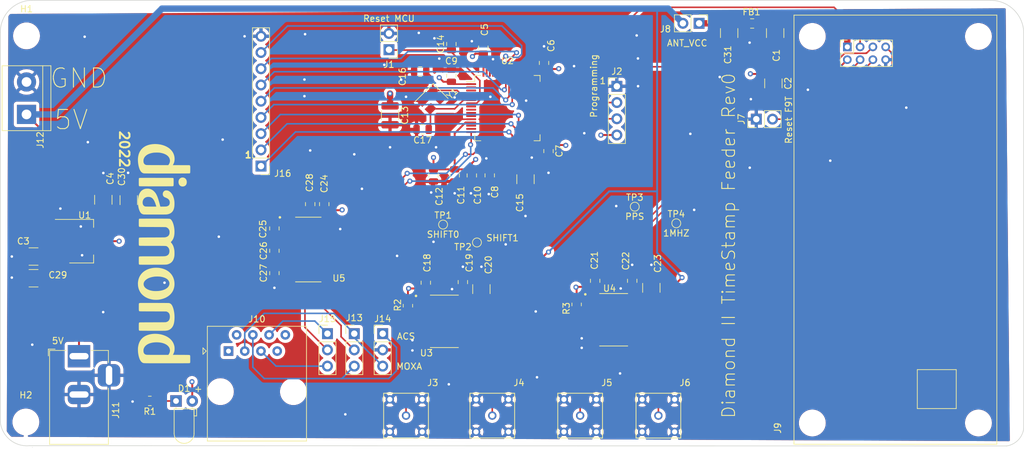
<source format=kicad_pcb>
(kicad_pcb (version 20211014) (generator pcbnew)
  (layers (0 "F.Cu" signal) (1 "In1.Cu" signal) (2 "In2.Cu" signal) (31 "B.Cu" signal) (34 "B.Paste" user) (35 "F.Paste" user) (36 "B.SilkS" user "B.Silkscreen") (37 "F.SilkS" user "F.Silkscreen") (38 "B.Mask" user) (39 "F.Mask" user) (44 "Edge.Cuts" user))
  (net 0 "")
  (net 1 "GND")
  (net 2 "+3.3V")
  (net 3 "Net-(C14-Pad1)")
  (net 4 "Net-(C15-Pad1)")
  (net 5 "/MCU/OSC_IN")
  (net 6 "/MCU/OSC_OUT")
  (net 7 "Net-(C25-Pad1)")
  (net 8 "Net-(C25-Pad2)")
  (net 9 "Net-(C26-Pad1)")
  (net 10 "Net-(C26-Pad2)")
  (net 11 "Net-(C27-Pad1)")
  (net 12 "Net-(C28-Pad1)")
  (net 13 "Net-(D1-Pad1)")
  (net 14 "/Connectors/SWCLK")
  (net 15 "/Connectors/SWDIO")
  (net 16 "/Connectors/SHIFT0_TTL")
  (net 17 "/Connectors/SHIFT1_TTL")
  (net 18 "/Connectors/PPS_TTL")
  (net 19 "/Connectors/1MHZ_TTL")
  (net 20 "Net-(J7-Pad2)")
  (net 21 "/Connectors/VCC_ANT")
  (net 22 "/Connectors/F9T_TX")
  (net 23 "/Connectors/F9T_RX")
  (net 24 "/Connectors/PPS")
  (net 25 "/Connectors/1MHZ")
  (net 27 "/Connectors/MCU_RS232_RX")
  (net 28 "/Connectors/MCU_RS232_TX")
  (net 30 "Net-(J10-Pad3)")
  (net 33 "Net-(R2-Pad2)")
  (net 34 "Net-(R3-Pad2)")
  (net 44 "/Line Drivers/MCU_TX")
  (net 45 "/Line Drivers/MCU_RX")
  (net 47 "/Line Drivers/SHIFT0")
  (net 48 "/Line Drivers/SHIFT1")
  (net 52 "B0")
  (net 53 "B1")
  (net 54 "B2")
  (net 72 "B3")
  (net 73 "B4")
  (net 74 "B5")
  (net 75 "B6")
  (net 76 "B7")
  (net 82 "+5V")
  (net 83 "Net-(J10-Pad4)")
  (net 84 "Net-(J10-Pad5)")
  (net 85 "Net-(J10-Pad6)")
  (net 86 "Net-(C31-Pad1)")
  (footprint "TestPoint:TestPoint_Pad_D1.0mm" (layer "F.Cu") (at 200.8 104.9)
    (fp_text reference "TP4")
    (fp_text value "1MHZ")
  )
  (footprint "footprints:F9T" (layer "F.Cu") (at 219.22 139.49 90)
    (fp_text reference "J9")
    (fp_text value "F9T Connector")
  )
  (footprint "Capacitor_SMD:C_1210_3225Metric" (layer "F.Cu") (at 156 88 -90)
    (fp_text reference "C13")
    (fp_text value "10u")
  )
  (footprint "Capacitor_SMD:C_0805_2012Metric" (layer "F.Cu") (at 161.6 114.2 90)
    (fp_text reference "C18")
    (fp_text value "100n")
  )
  (footprint "Capacitor_SMD:C_1210_3225Metric" (layer "F.Cu") (at 177.2 98 -90)
    (fp_text reference "C15")
    (fp_text value "4.7u")
  )
  (footprint "Connector_PinHeader_2.54mm:PinHeader_1x02_P2.54mm_Vertical" (layer "F.Cu") (at 213.325 88.6 90)
    (fp_text reference "J7")
    (fp_text value "Reset F9T")
  )
  (footprint "LED_THT:LED_D3.0mm_Horizontal_O1.27mm_Z2.0mm" (layer "F.Cu") (at 122.5 132.715)
    (fp_text reference "D1")
    (fp_text value "LED")
  )
  (footprint "TestPoint:TestPoint_Pad_D1.0mm" (layer "F.Cu") (at 164.3 105.1)
    (fp_text reference "TP1")
    (fp_text value "SHIFT0")
  )
  (footprint "footprints:SOP65P640X120-24N" (layer "F.Cu") (at 191 120)
    (fp_text reference "U4")
    (fp_text value "SN74LVC8T245PWR")
  )
  (footprint "Connector_PinHeader_2.54mm:PinHeader_1x02_P2.54mm_Vertical" (layer "F.Cu") (at 155.829 77.729 180)
    (fp_text reference "J1")
    (fp_text value "Reset MCU")
  )
  (footprint "footprints:EPL.00.250.NTN" (layer "F.Cu") (at 185.75 135)
    (fp_text reference "J5")
    (fp_text value "PSS")
  )
  (footprint "Capacitor_SMD:C_0805_2012Metric" (layer "F.Cu") (at 167.4 114.1 90)
    (fp_text reference "C19")
    (fp_text value "100n")
  )
  (footprint "Capacitor_SMD:C_0805_2012Metric" (layer "F.Cu") (at 171.6 97.4 -90)
    (fp_text reference "C8")
    (fp_text value "100n")
  )
  (footprint "Connector_PinHeader_2.54mm:PinHeader_1x03_P2.54mm_Vertical" (layer "F.Cu") (at 154.85 122.175)
    (fp_text reference "J14")
    (fp_text value "GND")
  )
  (footprint "Capacitor_SMD:C_0805_2012Metric" (layer "F.Cu") (at 137.9 109.2 -90)
    (fp_text reference "C26")
    (fp_text value "0.1u")
  )
  (footprint "Capacitor_SMD:C_0805_2012Metric" (layer "F.Cu") (at 137.9 105.7 -90)
    (fp_text reference "C25")
    (fp_text value "0.1u")
  )
  (footprint "Capacitor_SMD:C_0805_2012Metric" (layer "F.Cu") (at 137.9 112.7 -90)
    (fp_text reference "C27")
    (fp_text value "0.1u")
  )
  (footprint "Capacitor_SMD:C_0805_2012Metric" (layer "F.Cu") (at 160.716 81.153 180)
    (fp_text reference "C16")
    (fp_text value "22p")
  )
  (footprint "Package_QFP:LQFP-64_10x10mm_P0.5mm" (layer "F.Cu") (at 174.371 86.868)
    (fp_text reference "U2")
    (fp_text value "STM32F411RETx")
  )
  (footprint "Capacitor_SMD:C_1210_3225Metric" (layer "F.Cu") (at 216.275 75.125 -90)
    (fp_text reference "C1")
    (fp_text value "10u")
  )
  (footprint "Capacitor_SMD:C_0805_2012Metric" (layer "F.Cu") (at 165.6 76.835 90)
    (fp_text reference "C14")
    (fp_text value "100n")
  )
  (footprint "Capacitor_SMD:C_0805_2012Metric" (layer "F.Cu") (at 145.7 101.9 90)
    (fp_text reference "C24")
    (fp_text value "0.1u")
  )
  (footprint "Connector_PinHeader_2.54mm:PinHeader_1x09_P2.54mm_Vertical" (layer "F.Cu") (at 135.8 95.95 180)
    (fp_text reference "J16")
    (fp_text value "Conn_01x09_Male")
  )
  (footprint "Capacitor_SMD:C_1210_3225Metric" (layer "F.Cu") (at 100.2 113.5 180)
    (fp_text reference "C29")
    (fp_text value "10u")
  )
  (footprint "Capacitor_SMD:C_0805_2012Metric" (layer "F.Cu") (at 161.1 90.2 180)
    (fp_text reference "C17")
    (fp_text value "22p")
  )
  (footprint "footprints:EPL.00.250.NTN" (layer "F.Cu") (at 158.5 135)
    (fp_text reference "J3")
    (fp_text value "SHIFT0")
  )
  (footprint "footprints:EPL.00.250.NTN" (layer "F.Cu") (at 198 135)
    (fp_text reference "J6")
    (fp_text value "1MHZ")
  )
  (footprint "Capacitor_SMD:C_0805_2012Metric" (layer "F.Cu") (at 212.675 73.625 180)
    (fp_text reference "FB1")
    (fp_text value "33uH")
  )
  (footprint "TerminalBlock:TerminalBlock_bornier-2_P5.08mm" (layer "F.Cu") (at 99.1 87.86 90)
    (fp_text reference "J12")
    (fp_text value "Power")
  )
  (footprint "Capacitor_SMD:C_0805_2012Metric" (layer "F.Cu") (at 170.6 77.4 90)
    (fp_text reference "C5")
    (fp_text value "100n")
  )
  (footprint "Package_TO_SOT_SMD:SOT-223-3_TabPin2" (layer "F.Cu") (at 107.696 107.696)
    (fp_text reference "U1")
    (fp_text value "AMS1117")
  )
  (footprint "Connector_RJ:RJ45_Amphenol_54602-x08_Horizontal" (layer "F.Cu") (at 130.7175 124.9)
    (fp_text reference "J10")
    (fp_text value "Serial")
  )
  (footprint "Connector_BarrelJack:BarrelJack_Horizontal" (layer "F.Cu") (at 107.315 125.699 90)
    (fp_text reference "J11")
    (fp_text value "Barrel_Jack_Switch")
  )
  (footprint "footprints:EPL.00.250.NTN" (layer "F.Cu") (at 172 135)
    (fp_text reference "J4")
    (fp_text value "SHIFT1")
  )
  (footprint "Connector_PinHeader_2.54mm:PinHeader_1x02_P2.54mm_Vertical" (layer "F.Cu") (at 204.375 73.6 -90)
    (fp_text reference "J8")
    (fp_text value "ANT_VCC")
  )
  (footprint "Capacitor_SMD:C_1210_3225Metric" (layer "F.Cu") (at 115.1 101.275 90)
    (fp_text reference "C30")
    (fp_text value "10u")
  )
  (footprint "Capacitor_SMD:C_0805_2012Metric" (layer "F.Cu") (at 165.6 81.8 90)
    (fp_text reference "C9")
    (fp_text value "100n")
  )
  (footprint "Capacitor_SMD:C_0805_2012Metric" (layer "F.Cu") (at 168.8 97.409 -90)
    (fp_text reference "C10")
    (fp_text value "100n")
  )
  (footprint "Capacitor_SMD:C_0805_2012Metric" (layer "F.Cu") (at 180.8 93.6 -90)
    (fp_text reference "C7")
    (fp_text value "100n")
  )
  (footprint "Capacitor_SMD:C_1210_3225Metric" (layer "F.Cu") (at 111.125 101.219 90)
    (fp_text reference "C4")
    (fp_text value "22u")
  )
  (footprint "Capacitor_SMD:C_1210_3225Metric" (layer "F.Cu") (at 100.2 110.1 180)
    (fp_text reference "C3")
    (fp_text value "22u")
  )
  (footprint "Capacitor_SMD:C_0805_2012Metric" (layer "F.Cu") (at 143.5 101.9 90)
    (fp_text reference "C28")
    (fp_text value "0.1u")
  )
  (footprint "Capacitor_SMD:C_0805_2012Metric" (layer "F.Cu") (at 162.8 97.4 -90)
    (fp_text reference "C12")
    (fp_text value "1u")
  )
  (footprint "Resistor_SMD:R_0805_2012Metric" (layer "F.Cu") (at 158.8 117.8 -90)
    (fp_text reference "R2")
    (fp_text value "10k")
  )
  (footprint "Capacitor_SMD:C_0805_2012Metric" (layer "F.Cu") (at 188.1 113.9 90)
    (fp_text reference "C21")
    (fp_text value "100n")
  )
  (footprint "Capacitor_SMD:C_0805_2012Metric" (layer "F.Cu") (at 180.1 79.8 90)
    (fp_text reference "C6")
    (fp_text value "100n")
  )
  (footprint "Capacitor_SMD:C_1210_3225Metric" (layer "F.Cu") (at 209.075 75.125 -90)
    (fp_text reference "C31")
    (fp_text value "1u")
  )
  (footprint "TestPoint:TestPoint_Pad_D1.0mm" (layer "F.Cu") (at 194.3 102.3)
    (fp_text reference "TP3")
    (fp_text value "PPS")
  )
  (footprint "TestPoint:TestPoint_Pad_D1.0mm" (layer "F.Cu") (at 169.6 107.9)
    (fp_text reference "TP2")
    (fp_text value "SHIFT1")
  )
  (footprint "Capacitor_SMD:C_1210_3225Metric" (layer "F.Cu") (at 196.9 115 90)
    (fp_text reference "C23")
    (fp_text value "10u")
  )
  (footprint "Resistor_SMD:R_0805_2012Metric" (layer "F.Cu") (at 118.4 132.7 180)
    (fp_text reference "R1")
    (fp_text value "560")
  )
  (footprint "Connector_PinHeader_2.54mm:PinHeader_1x03_P2.54mm_Vertical" (layer "F.Cu") (at 150.4 122.175)
    (fp_text reference "J13")
    (fp_text value "RX In")
  )
  (footprint "footprints:SOP65P640X120-24N" (layer "F.Cu") (at 164.5 120.25)
    (fp_text reference "U3")
    (fp_text value "SN74LVC8T245PWR")
  )
  (footprint "Capacitor_SMD:C_1210_3225Metric" (layer "F.Cu") (at 216 83 -90)
    (fp_text reference "C2")
    (fp_text value "10u")
  )
  (footprint "Connector_PinHeader_2.54mm:PinHeader_1x03_P2.54mm_Vertical" (layer "F.Cu") (at 146.2 122.175)
    (fp_text reference "J15")
    (fp_text value "TX Out")
  )
  (footprint "MountingHole:MountingHole_3.2mm_M3" (layer "F.Cu") (at 99 136)
    (fp_text reference "H2")
    (fp_text value "M3")
  )
  (footprint "Capacitor_SMD:C_1210_3225Metric" (layer "F.Cu") (at 170.3 115.2 90)
    (fp_text reference "C20")
    (fp_text value "10u")
  )
  (footprint "MountingHole:MountingHole_3.2mm_M3" (layer "F.Cu") (at 99.1 75.565)
    (fp_text reference "H1")
    (fp_text value "M3")
  )
  (footprint "Resistor_SMD:R_0805_2012Metric" (layer "F.Cu") (at 185.2 117.6 -90)
    (fp_text reference "R3")
    (fp_text value "10k")
  )
  (footprint "Crystal:Crystal_SMD_3225-4Pin_3.2x2.5mm" (layer "F.Cu") (at 162.5 85.6 -135)
    (fp_text reference "Y1")
    (fp_text value "16MHz")
  )
  (footprint "footprints:diamond-logo" (layer "F.Cu") (at 119.3 84 -90)
    (fp_text reference "LOGO1")
    (fp_text value "diamond-logo")
  )
  (footprint "Capacitor_SMD:C_0805_2012Metric" (layer "F.Cu") (at 166.116 97.409 -90)
    (fp_text reference "C11")
    (fp_text value "10n")
  )
  (footprint "Connector_PinHeader_2.54mm:PinHeader_1x04_P2.54mm_Vertical" (layer "F.Cu") (at 191.5 83.46)
    (fp_text reference "J2")
    (fp_text value "Programming")
  )
  (footprint "footprints:SOIC127P600X175-16N" (layer "F.Cu") (at 143.206 109.005)
    (fp_text reference "U5")
    (fp_text value "MAX3232")
  )
  (footprint "Capacitor_SMD:C_0805_2012Metric" (layer "F.Cu") (at 193.9 113.9 90)
    (fp_text reference "C22")
    (fp_text value "100n")
  )
  (gr_line (start 255.18 136.99) (end 255.18 74.99) (layer "Edge.Cuts") (width 0.1))
  (gr_line (start 100 139.96) (end 100 139.96) (layer "Edge.Cuts") (width 0.1))
  (gr_line (start 117.5 139.71) (end 99.5 139.71) (layer "Edge.Cuts") (width 0.1))
  (gr_arc (start 255.18 136.99) (mid 254.308863 138.825284) (end 252.5 139.75) (layer "Edge.Cuts") (width 0.1))
  (gr_line (start 117.5 139.71) (end 252.5 139.75) (layer "Edge.Cuts") (width 0.1))
  (gr_arc (start 95 75) (mid 96.464466 71.464466) (end 100 70) (layer "Edge.Cuts") (width 0.1))
  (gr_line (start 95 136) (end 95 75) (layer "Edge.Cuts") (width 0.1))
  (gr_line (start 100 70) (end 250 70) (layer "Edge.Cuts") (width 0.1))
  (gr_arc (start 250 70) (mid 253.596265 71.45042) (end 255.18 74.99) (layer "Edge.Cuts") (width 0.1))
  (gr_arc (start 99.5 139.71) (mid 96.49475 138.771072) (end 95 136) (layer "Edge.Cuts") (width 0.1))
  (gr_text "ACS" (at 158.5 122.6) (layer "F.SilkS") (effects (font (size 1 1))))
  (gr_text "1" (at 133.8 94.2) (layer "F.SilkS") (effects (font (size 1 1) (thickness 0.25))))
  (gr_text "5V" (at 106.1 88.7) (layer "F.SilkS") (effects (font (size 3 3))))
  (gr_text "Diamond II TimeStamp Feeder Rev0" (at 209 108.4 90) (layer "F.SilkS") (effects (font (size 2 2))))
  (gr_text "GND" (at 107.3 82.2) (layer "F.SilkS") (effects (font (size 3 3))))
  (gr_text "MOXA" (at 159 127.3) (layer "F.SilkS") (effects (font (size 1 1))))
  (gr_text "1" (at 189.3 82.6) (layer "F.SilkS") (effects (font (size 1 1))))
  (gr_text "+" (at 125.984 130.81) (layer "F.SilkS") (effects (font (size 1 1))))
  (gr_text "5V" (at 104 123.3) (layer "F.SilkS") (effects (font (size 1 1))))
  (gr_text "2022" (at 114.4 93.3 270) (layer "F.SilkS") (effects (font (size 1.5 1.5) (thickness 0.3))))
  (segment (start 156 93) (end 156 89.475) (width 0.25) (layer "F.Cu") (net 1))
  (segment (start 194.797 83.46) (end 194.818 83.439) (width 0.25) (layer "F.Cu") (net 1))
  (segment (start 165.876777 85.423223) (end 163.878858 85.423223) (width 0.25) (layer "F.Cu") (net 1))
  (segment (start 181.482 83.618) (end 180.046 83.618) (width 0.25) (layer "F.Cu") (net 1))
  (segment (start 163.2 91.2) (end 163.2 93) (width 0.25) (layer "F.Cu") (net 1))
  (segment (start 159.004 81.153) (end 157.734 82.423) (width 0.25) (layer "F.Cu") (net 1))
  (segment (start 166.108 117.975) (end 167.37 117.975) (width 0.25) (layer "F.Cu") (net 1))
  (segment (start 172.1165 79.2165) (end 172.621 79.721) (width 0.25) (layer "F.Cu") (net 1))
  (segment (start 159.766 81.153) (end 159.004 81.153) (width 0.25) (layer "F.Cu") (net 1))
  (segment (start 159.525 123.175) (end 159.5 123.2) (width 0.25) (layer "F.Cu") (net 1))
  (segment (start 193.9 112.95) (end 193.9 111.4) (width 0.25) (layer "F.Cu") (net 1))
  (segment (start 158.5 85.1) (end 159.176777 85.776777) (width 0.25) (layer "F.Cu") (net 1))
  (segment (start 166.116 98.359) (end 166.116 100.203) (width 0.25) (layer "F.Cu") (net 1))
  (segment (start 148.2 105.8) (end 148.17 105.83) (width 0.25) (layer "F.Cu") (net 1))
  (segment (start 162.5 98.45) (end 162.5 100.009) (width 0.25) (layer "F.Cu") (net 1))
  (segment (start 186.825 123.575) (end 188.13 123.575) (width 0.25) (layer "F.Cu") (net 1))
  (segment (start 170.3 113.725) (end 170.3 111.7) (width 0.25) (layer "F.Cu") (net 1))
  (segment (start 177.621 94.055) (end 178.181 94.615) (width 0.25) (layer "F.Cu") (net 1))
  (segment (start 184.8 80.3) (end 181.482 83.618) (width 0.25) (layer "F.Cu") (net 1))
  (segment (start 168.85 76.45) (end 168.8 76.4) (width 0.25) (layer "F.Cu") (net 1))
  (segment (start 163.002 75.885) (end 162.941 75.946) (width 0.25) (layer "F.Cu") (net 1))
  (segment (start 166.1 85.2) (end 165.876777 85.423223) (width 0.25) (layer "F.Cu") (net 1))
  (segment (start 180.1 78.85) (end 180.1 77.2) (width 0.25) (layer "F.Cu") (net 1))
  (segment (start 159.176777 85.776777) (end 161.121142 85.776777) (width 0.25) (layer "F.Cu") (net 1))
  (segment (start 192.2 117.2) (end 192.1 117.1) (width 0.25) (layer "F.Cu") (net 1))
  (segment (start 166.017 88.618) (end 165.989 88.646) (width 0.25) (layer "F.Cu") (net 1))
  (segment (start 171.577 98.486) (end 171.577 100.203) (width 0.25) (layer "F.Cu") (net 1))
  (segment (start 96.9 113.5) (end 96.8 113.4) (width 0.25) (layer "F.Cu") (net 1))
  (segment (start 165.782 88.618) (end 163.2 91.2) (width 0.25) (layer "F.Cu") (net 1))
  (segment (start 168.783 98.359) (end 168.783 100.076) (width 0.25) (layer "F.Cu") (net 1))
  (segment (start 188.13 122.925) (end 186.025 122.925) (width 0.25) (layer "F.Cu") (net 1))
  (segment (start 180.8 94.55) (end 180.8 97) (width 0.25) (layer "F.Cu") (net 1))
  (segment (start 170.6 76.45) (end 168.85 76.45) (width 0.25) (layer "F.Cu") (net 1))
  (segment (start 165.989 75.885) (end 163.002 75.885) (width 0.25) (layer "F.Cu") (net 1))
  (segment (start 165.735 115.235) (end 165.735 117.602) (width 0.25) (layer "F.Cu") (net 1))
  (segment (start 192.1 117.1) (end 192.1 115.1) (width 0.25) (layer "F.Cu") (net 1))
  (segment (start 161.63 123.175) (end 159.525 123.175) (width 0.25) (layer "F.Cu") (net 1))
  (segment (start 172.1165 79.2165) (end 171.121 80.212) (width 0.25) (layer "F.Cu") (net 1))
  (segment (start 137.9 113.65) (end 137.9 115) (width 0.25) (layer "F.Cu") (net 1))
  (segment (start 165.75 80.55) (end 165.132 80.55) (width 0.25) (layer "F.Cu") (net 1))
  (segment (start 186.025 122.925) (end 186 122.9) (width 0.25) (layer "F.Cu") (net 1))
  (segment (start 115.8 132.7) (end 115.7 132.8) (width 0.25) (layer "F.Cu") (net 1))
  (segment (start 171.121 80.212) (end 171.121 81.193) (width 0.25) (layer "F.Cu") (net 1))
  (segment (start 177.2 99.475) (end 177.2 103.759) (width 0.25) (layer "F.Cu") (net 1))
  (segment (start 172.621 79.721) (end 172.621 81.193) (width 0.25) (layer "F.Cu") (net 1))
  (segment (start 117.4875 132.7) (end 115.8 132.7) (width 0.25) (layer "F.Cu") (net 1))
  (segment (start 216.275 76.6) (end 212.3 76.6) (width 1) (layer "F.Cu") (net 1))
  (segment (start 98.725 113.5) (end 96.9 113.5) (width 0.25) (layer "F.Cu") (net 1))
  (segment (start 209.075 76.6) (end 212.25 76.6) (width 1) (layer "F.Cu") (net 1))
  (segment (start 165.7 115.2) (end 165.735 115.235) (width 0.25) (layer "F.Cu") (net 1))
  (segment (start 160.475 123.825) (end 159.5 124.8) (width 0.25) (layer "F.Cu") (net 1))
  (segment (start 191.5 83.46) (end 194.797 83.46) (width 0.25) (layer "F.Cu") (net 1))
  (segment (start 115.1 99.8) (end 115.1 97.1) (width 0.25) (layer "F.Cu") (net 1))
  (segment (start 111.125 97.028) (end 111.125 99.744) (width 0.25) (layer "F.Cu") (net 1))
  (segment (start 167.4 113.15) (end 167.4 111.7) (width 0.25) (layer "F.Cu") (net 1))
  (segment (start 196.9 113.525) (end 196.9 111.4) (width 0.25) (layer "F.Cu") (net 1))
  (segment (start 212.25 76.6) (end 212.275 76.625) (width 1) (layer "F.Cu") (net 1))
  (segment (start 161.63 123.825) (end 160.475 123.825) (width 0.25) (layer "F.Cu") (net 1))
  (segment (start 171.577 100.203) (end 171.45 100.33) (width 0.25) (layer "F.Cu") (net 1))
  (segment (start 162.5 100.009) (end 162.433 100.076) (width 0.25) (layer "F.Cu") (net 1))
  (segment (start 165.132 80.55) (end 163.703 79.121) (width 0.25) (layer "F.Cu") (net 1))
  (segment (start 212.3 76.6) (end 212.275 76.625) (width 1) (layer "F.Cu") (net 1))
  (segment (start 165.735 117.602) (end 166.108 117.975) (width 0.25) (layer "F.Cu") (net 1))
  (segment (start 186 124.4) (end 186.825 123.575) (width 0.25) (layer "F.Cu") (net 1))
  (segment (start 192.725 117.725) (end 192.2 117.2) (width 0.25) (layer "F.Cu") (net 1))
  (segment (start 148.17 105.83) (end 145.681 105.83) (width 0.25) (layer "F.Cu") (net 1))
  (segment (start 98.725 110.1) (end 96.8 110.1) (width 0.25) (layer "F.Cu") (net 1))
  (segment (start 115.1 97.1) (end 115 97) (width 0.25) (layer "F.Cu") (net 1))
  (segment (start 168.696 88.618) (end 165.782 88.618) (width 0.25) (layer "F.Cu") (net 1))
  (segment (start 171.069 94.742) (end 171.121 94.69) (width 0.25) (layer "F.Cu") (net 1))
  (segment (start 193.87 117.725) (end 192.725 117.725) (width 0.25) (layer "F.Cu") (net 1))
  (segment (start 215.004 85.471) (end 212.471 85.471) (width 0.25) (layer "F.Cu") (net 1))
  (segment (start 177.621 92.543) (end 177.621 94.055) (width 0.25) (layer "F.Cu") (net 1))
  (segment (start 216 84.475) (end 215.004 85.471) (width 0.25) (layer "F.Cu") (net 1))
  (segment (start 171.121 94.69) (end 171.121 92.543) (width 0.25) (layer "F.Cu") (net 1))
  (segment (start 168.783 100.076) (end 168.656 100.203) (width 0.25) (layer "F.Cu") (net 1))
  (via (at 162.8 107.8) (size 0.8) (drill 0.4) (layers "F.Cu" "B.Cu") (net 1))
  (via (at 194.8 79.1) (size 0.8) (drill 0.4) (layers "F.Cu" "B.Cu") (net 1))
  (via (at 221.4 84) (size 0.8) (drill 0.4) (layers "F.Cu" "B.Cu") (net 1))
  (via (at 108.7 92.2) (size 0.8) (drill 0.4) (layers "F.Cu" "B.Cu") (net 1))
  (via (at 104.4 102.6) (size 0.8) (drill 0.4) (layers "F.Cu" "B.Cu") (net 1))
  (via (at 167.4 111.7) (size 0.8) (drill 0.4) (layers "F.Cu" "B.Cu") (net 1))
  (via (at 180.1 77.2) (size 0.8) (drill 0.4) (layers "F.Cu" "B.Cu") (net 1))
  (via (at 165.7 115.2) (size 0.8) (drill 0.4) (layers "F.Cu" "B.Cu") (net 1))
  (via (at 129.2 107) (size 0.8) (drill 0.4) (layers "F.Cu" "B.Cu") (net 1))
  (via (at 157.734 82.423) (size 0.8) (drill 0.4) (layers "F.Cu" "B.Cu") (net 1))
  (via (at 108.2 75.7) (size 0.8) (drill 0.4) (layers "F.Cu" "B.Cu") (net 1))
  (via (at 171.069 94.742) (size 0.8) (drill 0.4) (layers "F.Cu" "B.Cu") (net 1))
  (via (at 203 90.9) (size 0.8) (drill 0.4) (layers "F.Cu" "B.Cu") (net 1))
  (via (at 191.4 102.2) (size 0.8) (drill 0.4) (layers "F.Cu" "B.Cu") (net 1))
  (via (at 151.6 99.5) (size 0.8) (drill 0.4) (layers "F.Cu" "B.Cu") (net 1))
  (via (at 196.9 111.4) (size 0.8) (drill 0.4) (layers "F.Cu" "B.Cu") (net 1))
  (via (at 150.4 94.1) (size 0.8) (drill 0.4) (layers "F.Cu" "B.Cu") (net 1))
  (via (at 96.8 110.1) (size 0.8) (drill 0.4) (layers "F.Cu" "B.Cu") (net 1))
  (via (at 186 124.4) (size 0.8) (drill 0.4) (layers "F.Cu" "B.Cu") (net 1))
  (via (at 236.8 86.8) (size 0.8) (drill 0.4) (layers "F.Cu" "B.Cu") (net 1))
  (via (at 177.2 103.759) (size 0.8) (drill 0.4) (layers "F.Cu" "B.Cu") (net 1))
  (via (at 168.656 100.203) (size 0.8) (drill 0.4) (layers "F.Cu" "B.Cu") (net 1))
  (via (at 166.1 85.2) (size 0.8) (drill 0.4) (layers "F.Cu" "B.Cu") (net 1))
  (via (at 107.8 109.9) (size 0.8) (drill 0.4) (layers "F.Cu" "B.Cu") (net 1))
  (via (at 160.5 75.1) (size 0.8) (drill 0.4) (layers "F.Cu" "B.Cu") (net 1))
  (via (at 148.2 105.8) (size 0.8) (drill 0.4) (layers "F.Cu" "B.Cu") (net 1))
  (via (at 159.5 124.8) (size 0.8) (drill 0.4) (layers "F.Cu" "B.Cu") (net 1))
  (via (at 163.2 93) (size 0.8) (drill 0.4) (layers "F.Cu" "B.Cu") (net 1))
  (via (at 172.1165 79.2165) (size 0.8) (drill 0.4) (layers "F.Cu" "B.Cu") (net 1))
  (via (at 162.433 100.076) (size 0.8) (drill 0.4) (layers "F.Cu" "B.Cu") (net 1))
  (via (at 192 128.4) (size 0.8) (drill 0.4) (layers "F.Cu" "B.Cu") (net 1))
  (via (at 155.1 80.1) (size 0.8) (drill 0.4) (layers "F.Cu" "B.Cu") (net 1))
  (via (at 165.2 130.1) (size 0.8) (drill 0.4) (layers "F.Cu" "B.Cu") (net 1))
  (via (at 171.7 85.1) (size 0.8) (drill 0.4) (layers "F.Cu" "B.Cu") (net 1))
  (via (at 100 123.9) (size 0.8) (drill 0.4) (layers "F.Cu" "B.Cu") (net 1))
  (via (at 193.9 111.4) (size 0.8) (drill 0.4) (layers "F.Cu" "B.Cu") (net 1))
  (via (at 157.1 110) (size 0.8) (drill 0.4) (layers "F.Cu" "B.Cu") (net 1))
  (via (at 194.6 75.5) (size 0.8) (drill 0.4) (layers "F.Cu" "B.Cu") (net 1))
  (via (at 170.3 111.7) (size 0.8) (drill 0.4) (layers "F.Cu" "B.Cu") (net 1))
  (via (at 168.8 76.4) (size 0.8) (drill 0.4) (layers "F.Cu" "B.Cu") (net 1))
  (via (at 194.818 83.439) (size 0.8) (drill 0.4) (layers "F.Cu" "B.Cu") (net 1))
  (via (at 178.8 118.7) (size 0.8) (drill 0.4) (layers "F.Cu" "B.Cu") (net 1))
  (via (at 178.181 94.615) (size 0.8) (drill 0.4) (layers "F.Cu" "B.Cu") (net 1))
  (via (at 142.6 85) (size 0.8) (drill 0.4) (layers "F.Cu" "B.Cu") (net 1))
  (via (at 171.45 100.33) (size 0.8) (drill 0.4) (layers "F.Cu" "B.Cu") (net 1))
  (via (at 133.23 75.63) (size 0.8) (drill 0.4) (layers "F.Cu" "B.Cu") (net 1))
  (via (at 107.6 105.4) (size 0.8) (drill 0.4) (layers "F.Cu" "B.Cu") (net 1))
  (via (at 111.125 97.028) (size 0.8) (drill 0.4) (layers "F.Cu" "B.Cu") (net 1))
  (via (at 142.6 82.4) (size 0.8) (drill 0.4) (layers "F.Cu" "B.Cu") (net 1))
  (via (at 207.6 82) (size 0.8) (drill 0.4) (layers "F.Cu" "B.Cu") (net 1))
  (via (at 212.275 76.625) (size 0.8) (drill 0.4) (layers "F.Cu" "B.Cu") (net 1))
  (via (at 129.8 91.8) (size 0.8) (drill 0.4) (layers "F.Cu" "B.Cu") (net 1))
  (via (at 192.1 115.1) (size 0.8) (drill 0.4) (layers "F.Cu" "B.Cu") (net 1))
  (via (at 174.1 108.2) (size 0.8) (drill 0.4) (layers "F.Cu" "B.Cu") (net 1))
  (via (at 137.9 115) (size 0.8) (drill 0.4) (layers "F.Cu" "B.Cu") (net 1))
  (via (at 179 129) (size 0.8) (drill 0.4) (layers "F.Cu" "B.Cu") (net 1))
  (via (at 111.1 118.8) (size 0.8) (drill 0.4) (layers "F.Cu" "B.Cu") (net 1))
  (via (at 163.703 79.121) (size 0.8) (drill 0.4) (layers "F.Cu" "B.Cu") (net 1))
  (via (at 162.941 75.946) (size 0.8) (drill 0.4) (layers "F.Cu" "B.Cu") (net 1))
  (via (at 186.4 90.8) (size 0.8) (drill 0.4) (layers "F.Cu" "B.Cu") (net 1))
  (via (at 120.7 114.2) (size 0.8) (drill 0.4) (layers "F.Cu" "B.Cu") (net 1))
  (via (at 115.7 132.8) (size 0.8) (drill 0.4) (layers "F.Cu" "B.Cu") (net 1))
  (via (at 115 97) (size 0.8) (drill 0.4) (layers "F.Cu" "B.Cu") (net 1))
  (via (at 177.3 85.7) (size 0.8) (drill 0.4) (layers "F.Cu" "B.Cu") (net 1))
  (via (at 158.5 85.1) (size 0.8) (drill 0.4) (layers "F.Cu" "B.Cu") (net 1))
  (via (at 166.116 100.203) (size 0.8) (drill 0.4) (layers "F.Cu" "B.Cu") (net 1))
  (via (at 156 93) (size 0.8) (drill 0.4) (layers "F.Cu" "B.Cu") (net 1))
  (via (at 186 122.9) (size 0.8) (drill 0.4) (layers "F.Cu" "B.Cu") (net 1))
  (via (at 212.471 85.471) (size 0.8) (drill 0.4) (layers "F.Cu" "B.Cu") (net 1))
  (via (at 142.7 75.3) (size 0.8) (drill 0.4) (layers "F.Cu" "B.Cu") (net 1))
  (via (at 180.8 97) (size 0.8) (drill 0.4) (layers "F.Cu" "B.Cu") (net 1))
  (via (at 149 134.8) (size 0.8) (drill 0.4) (layers "F.Cu" "B.Cu") (net 1))
  (via (at 184.8 80.3) (size 0.8) (drill 0.4) (layers "F.Cu" "B.Cu") (net 1))
  (via (at 212.3 96.2) (size 0.8) (drill 0.4) (layers "F.Cu" "B.Cu") (net 1))
  (via (at 159.5 123.2) (size 0.8) (drill 0.4) (layers "F.Cu" "B.Cu") (net 1))
  (via (at 143.5 93.5) (size 0.8) (drill 0.4) (layers "F.Cu" "B.Cu") (net 1))
  (via (at 203.6 102.8) (size 0.8) (drill 0.4) (layers "F.Cu" "B.Cu") (net 1))
  (via (at 224.9 95.1) (size 0.8) (drill 0.4) (layers "F.Cu" "B.Cu") (net 1))
  (via (at 96.8 113.4) (size 0.8) (drill 0.4) (layers "F.Cu" "B.Cu") (net 1))
  (segment (start 133.23 75.63) (end 135.8 75.63) (width 0.25) (layer "B.Cu") (net 1))
  (segment (start 183.45 92.65) (end 183.5 92.7) (width 0.3) (layer "F.Cu") (net 2))
  (segment (start 189.02 91.08) (end 189 91.1) (width 0.3) (layer "F.Cu") (net 2))
  (segment (start 188.1 116.395) (end 188.13 116.425) (width 0.3) (layer "F.Cu") (net 2))
  (segment (start 110.846 102.973) (end 111.125 102.694) (width 0.3) (layer "F.Cu") (net 2))
  (segment (start 165.6 82.75) (end 164.35 82.75) (width 0.3) (layer "F.Cu") (net 2))
  (segment (start 161.55 115.1) (end 158.9 115.1) (width 0.3) (layer "F.Cu") (net 2))
  (segment (start 104.546 107.696) (end 110.846 107.696) (width 0.3) (layer "F.Cu") (net 2))
  (segment (start 185.2 115) (end 185.1 114.9) (width 0.3) (layer "F.Cu") (net 2))
  (segment (start 161.6 115.15) (end 161.6 116.645) (width 0.3) (layer "F.Cu") (net 2))
  (segment (start 113.596 107.696) (end 113.6 107.7) (width 0.3) (layer "F.Cu") (net 2))
  (segment (start 125.04 129.74) (end 125 129.7) (width 0.3) (layer "F.Cu") (net 2))
  (segment (start 180.8 92.65) (end 178.228 92.65) (width 0.3) (layer "F.Cu") (net 2))
  (segment (start 166.116 90.821959) (end 167.819959 89.118) (width 0.3) (layer "F.Cu") (net 2))
  (segment (start 180.046 83.118) (end 180.064 83.1) (width 0.25) (layer "F.Cu") (net 2))
  (segment (start 225.335 81.525) (end 227.57 79.29) (width 0.3) (layer "F.Cu") (net 2))
  (segment (start 168.696 83.118) (end 165.968 83.118) (width 0.25) (layer "F.Cu") (net 2))
  (segment (start 188.1 114.85) (end 188.1 116.395) (width 0.3) (layer "F.Cu") (net 2))
  (segment (start 166.116 96.459) (end 166.116 90.821959) (width 0.3) (layer "F.Cu") (net 2))
  (segment (start 169.35 78.35) (end 168.9 78.8) (width 0.3) (layer "F.Cu") (net 2))
  (segment (start 167.819959 89.118) (end 168.696 89.118) (width 0.3) (layer "F.Cu") (net 2))
  (segment (start 178.228 92.65) (end 178.121 92.543) (width 0.3) (layer "F.Cu") (net 2))
  (segment (start 171.794 94.441695) (end 171.794 96.369) (width 0.25) (layer "F.Cu") (net 2))
  (segment (start 159.925 116.675) (end 161.63 116.675) (width 0.3) (layer "F.Cu") (net 2))
  (segment (start 185.1 114.9) (end 185.15 114.85) (width 0.3) (layer "F.Cu") (net 2))
  (segment (start 171.794 96.369) (end 171.577 96.586) (width 0.25) (layer "F.Cu") (net 2))
  (segment (start 111.181 102.75) (end 111.125 102.694) (width 0.3) (layer "F.Cu") (net 2))
  (segment (start 162.8 96.45) (end 162.8 94.6) (width 0.3) (layer "F.Cu") (net 2))
  (segment (start 166.116 96.459) (end 168.8 96.459) (width 0.3) (layer "F.Cu") (net 2))
  (segment (start 115.1 102.75) (end 111.181 102.75) (width 0.3) (layer "F.Cu") (net 2))
  (segment (start 186.375 116.425) (end 188.13 116.425) (width 0.3) (layer "F.Cu") (net 2))
  (segment (start 171.621 94.268695) (end 171.794 94.441695) (width 0.25) (layer "F.Cu") (net 2))
  (segment (start 158.8 115.2) (end 158.9 115.1) (width 0.3) (layer "F.Cu") (net 2))
  (segment (start 145.681 104.56) (end 145.681 102.869) (width 0.3) (layer "F.Cu") (net 2))
  (segment (start 170.621 78.371) (end 170.6 78.35) (width 0.3) (layer "F.Cu") (net 2))
  (segment (start 180.1 80.75) (end 182.35 80.75) (width 0.3) (layer "F.Cu") (net 2))
  (segment (start 185.15 114.85) (end 188.1 114.85) (width 0.3) (layer "F.Cu") (net 2))
  (segment (start 216 81.525) (end 212.425 81.525) (width 0.3) (layer "F.Cu") (net 2))
  (segment (start 180.1 80.75) (end 180.1 83.064) (width 0.3) (layer "F.Cu") (net 2))
  (segment (start 185.2 116.6875) (end 185.2 115) (width 0.3) (layer "F.Cu") (net 2))
  (segment (start 180.8 92.65) (end 183.45 92.65) (width 0.3) (layer "F.Cu") (net 2))
  (segment (start 156 86.525) (end 156 84.6) (width 1) (layer "F.Cu") (net 2))
  (segment (start 165.968 83.118) (end 165.6 82.75) (width 0.25) (layer "F.Cu") (net 2))
  (segment (start 170.6 78.35) (end 169.35 78.35) (width 0.3) (layer "F.Cu") (net 2))
  (segment (start 186.1125 116.6875) (end 186.375 116.425) (width 0.3) (layer "F.Cu") (net 2))
  (segment (start 158.8 116.8875) (end 159.7125 116.8875) (width 0.3) (layer "F.Cu") (net 2))
  (segment (start 191.5 91.08) (end 189.02 91.08) (width 0.3) (layer "F.Cu") (net 2))
  (segment (start 168.8 96.459) (end 171.591 96.459) (width 0.3) (layer "F.Cu") (net 2))
  (segment (start 110.846 107.696) (end 113.596 107.696) (width 0.3) (layer "F.Cu") (net 2))
  (segment (start 125.04 132.715) (end 125.04 129.74) (width 0.3) (layer "F.Cu") (net 2))
  (segment (start 168.8 96.459) (end 168.8 95.5) (width 0.3) (layer "F.Cu") (net 2))
  (segment (start 158.8 116.8875) (end 158.8 115.2) (width 0.3) (layer "F.Cu") (net 2))
  (segment (start 159.7125 116.8875) (end 159.925 116.675) (width 0.3) (layer "F.Cu") (net 2))
  (segment (start 171.621 92.543) (end 171.621 94.268695) (width 0.25) (layer "F.Cu") (net 2))
  (segment (start 166.107 96.45) (end 166.116 96.459) (width 0.3) (layer "F.Cu") (net 2))
  (segment (start 216 81.525) (end 225.335 81.525) (width 0.3) (layer "F.Cu") (net 2))
  (segment (start 110.846 107.696) (end 110.846 102.973) (width 0.3) (layer "F.Cu") (net 2))
  (segment (start 182.35 80.75) (end 182.4 80.7) (width 0.3) (layer "F.Cu") (net 2))
  (segment (start 145.7 102.85) (end 148.45 102.85) (width 0.3) (layer "F.Cu") (net 2))
  (segment (start 170.621 81.193) (end 170.621 78.371) (width 0.3) (layer "F.Cu") (net 2))
  (segment (start 185.2 116.6875) (end 186.1125 116.6875) (width 0.3) (layer "F.Cu") (net 2))
  (segment (start 212.425 81.525) (end 212.4 81.5) (width 0.3) (layer "F.Cu") (net 2))
  (segment (start 168.8 95.5) (end 169.4 94.9) (width 0.3) (layer "F.Cu") (net 2))
  (segment (start 148.45 102.85) (end 148.5 102.8) (width 0.3) (layer "F.Cu") (net 2))
  (segment (start 164.35 82.75) (end 163.7 82.1) (width 0.3) (layer "F.Cu") (net 2))
  (segment (start 162.8 96.45) (end 166.107 96.45) (width 0.3) (layer "F.Cu") (net 2))
  (via (at 189 91.1) (size 0.8) (drill 0.4) (layers "F.Cu" "B.Cu") (net 2))
  (via (at 125 129.7) (size 0.8) (drill 0.4) (layers "F.Cu" "B.Cu") (net 2))
  (via (at 156 84.6) (size 0.8) (drill 0.4) (layers "F.Cu" "B.Cu") (net 2))
  (via (at 185.1 114.9) (size 0.8) (drill 0.4) (layers "F.Cu" "B.Cu") (net 2))
  (via (at 148.5 102.8) (size 0.8) (drill 0.4) (layers "F.Cu" "B.Cu") (net 2))
  (via (at 163.7 82.1) (size 0.8) (drill 0.4) (layers "F.Cu" "B.Cu") (net 2))
  (via (at 183.5 92.7) (size 0.8) (drill 0.4) (layers "F.Cu" "B.Cu") (net 2))
  (via (at 212.4 81.5) (size 0.8) (drill 0.4) (layers "F.Cu" "B.Cu") (net 2))
  (via (at 113.6 107.7) (size 0.8) (drill 0.4) (layers "F.Cu" "B.Cu") (net 2))
  (via (at 169.4 94.9) (size 0.8) (drill 0.4) (layers "F.Cu" "B.Cu") (net 2))
  (via (at 158.9 115.1) (size 0.8) (drill 0.4) (layers "F.Cu" "B.Cu") (net 2))
  (via (at 162.8 94.6) (size 0.8) (drill 0.4) (layers "F.Cu" "B.Cu") (net 2))
  (via (at 182.4 80.7) (size 0.8) (drill 0.4) (layers "F.Cu" "B.Cu") (net 2))
  (via (at 168.9 78.8) (size 0.8) (drill 0.4) (layers "F.Cu" "B.Cu") (net 2))
  (segment (start 165.6 77.785) (end 165.6 78.097) (width 0.25) (layer "F.Cu") (net 3))
  (segment (start 170.053 82.55) (end 170.053 85.601685) (width 0.25) (layer "F.Cu") (net 3))
  (segment (start 169.536685 86.118) (end 168.696 86.118) (width 0.25) (layer "F.Cu") (net 3))
  (segment (start 155.829 77.729) (end 155.885 77.785) (width 0.25) (layer "F.Cu") (net 3))
  (segment (start 170.053 85.601685) (end 169.536685 86.118) (width 0.25) (layer "F.Cu") (net 3))
  (segment (start 165.6 78.097) (end 170.053 82.55) (width 0.25) (layer "F.Cu") (net 3))
  (segment (start 155.885 77.785) (end 165.6 77.785) (width 0.25) (layer "F.Cu") (net 3))
  (segment (start 177.121 96.446) (end 177.2 96.525) (width 0.25) (layer "F.Cu") (net 4))
  (segment (start 177.121 92.543) (end 177.121 96.446) (width 0.25) (layer "F.Cu") (net 4))
  (segment (start 167.518 85.118) (end 166.5 84.1) (width 0.25) (layer "F.Cu") (net 5))
  (segment (start 162.676777 84.221142) (end 162.676777 82.163777) (width 0.25) (layer "F.Cu") (net 5))
  (segment (start 166.5 84.1) (end 162.797919 84.1) (width 0.25) (layer "F.Cu") (net 5))
  (segment (start 162.797919 84.1) (end 162.676777 84.221142) (width 0.25) (layer "F.Cu") (net 5))
  (segment (start 168.696 85.118) (end 167.518 85.118) (width 0.25) (layer "F.Cu") (net 5))
  (segment (start 162.676777 82.163777) (end 161.666 81.153) (width 0.25) (layer "F.Cu") (net 5))
  (segment (start 162.323223 86.978858) (end 162.323223 89.926777) (width 0.25) (layer "F.Cu") (net 6))
  (segment (start 162.323223 89.926777) (end 162.05 90.2) (width 0.25) (layer "F.Cu") (net 6))
  (segment (start 167.482 85.618) (end 166.1 87) (width 0.25) (layer "F.Cu") (net 6))
  (segment (start 168.696 85.618) (end 167.482 85.618) (width 0.25) (layer "F.Cu") (net 6))
  (segment (start 166.078858 86.978858) (end 162.323223 86.978858) (width 0.25) (layer "F.Cu") (net 6))
  (segment (start 166.1 87) (end 166.078858 86.978858) (width 0.25) (layer "F.Cu") (net 6))
  (segment (start 138.09 104.56) (end 137.9 104.75) (width 0.25) (layer "F.Cu") (net 7))
  (segment (start 140.731 104.56) (end 138.09 104.56) (width 0.25) (layer "F.Cu") (net 7))
  (segment (start 138.35 107.1) (end 137.9 106.65) (width 0.25) (layer "F.Cu") (net 8))
  (segment (start 140.731 107.1) (end 138.35 107.1) (width 0.25) (layer "F.Cu") (net 8))
  (segment (start 140.731 108.37) (end 138.02 108.37) (width 0.25) (layer "F.Cu") (net 9))
  (segment (start 138.02 108.37) (end 137.9 108.25) (width 0.25) (layer "F.Cu") (net 9))
  (segment (start 140.731 109.64) (end 138.41 109.64) (width 0.25) (layer "F.Cu") (net 10))
  (segment (start 138.41 109.64) (end 137.9 110.15) (width 0.25) (layer "F.Cu") (net 10))
  (segment (start 137.9 111.75) (end 138.55 111.1) (width 0.25) (layer "F.Cu") (net 11))
  (segment (start 140.541 111.1) (end 140.731 110.91) (width 0.25) (layer "F.Cu") (net 11))
  (segment (start 138.55 111.1) (end 140.541 111.1) (width 0.25) (layer "F.Cu") (net 11))
  (segment (start 143.5 102.85) (end 143.5 104.7) (width 0.25) (layer "F.Cu") (net 12))
  (segment (start 143.5 104.7) (end 142.37 105.83) (width 0.25) (layer "F.Cu") (net 12))
  (segment (start 142.37 105.83) (end 140.731 105.83) (width 0.25) (layer "F.Cu") (net 12))
  (segment (start 119.3275 132.715) (end 119.3125 132.7) (width 0.25) (layer "F.Cu") (net 13))
  (segment (start 122.5 132.715) (end 119.3275 132.715) (width 0.25) (layer "F.Cu") (net 13))
  (segment (start 185.018 86) (end 191.5 86) (width 0.25) (layer "F.Cu") (net 14))
  (segment (start 180.046 89.618) (end 181.4 89.618) (width 0.25) (layer "F.Cu") (net 14))
  (segment (start 181.4 89.618) (end 185.018 86) (width 0.25) (layer "F.Cu") (net 14))
  (segment (start 183.24 88.54) (end 191.5 88.54) (width 0.25) (layer "F.Cu") (net 15))
  (segment (start 181.662 90.118) (end 183.24 88.54) (width 0.25) (layer "F.Cu") (net 15))
  (segment (start 180.046 90.118) (end 181.662 90.118) (width 0.25) (layer "F.Cu") (net 15))
  (segment (start 169.025 119.925) (end 169.1 120) (width 0.25) (layer "F.Cu") (net 16))
  (segment (start 167.37 120.575) (end 168.625 120.575) (width 0.25) (layer "F.Cu") (net 16))
  (segment (start 167.37 120.575) (end 165.325 120.575) (width 0.25) (layer "F.Cu") (net 16))
  (segment (start 165.325 120.575) (end 163.9 122) (width 0.25) (layer "F.Cu") (net 16))
  (segment (start 169.1 119.4) (end 169.1 119.1) (width 0.25) (layer "F.Cu") (net 16))
  (segment (start 163.9 122) (end 163.9 124.6) (width 0.25) (layer "F.Cu") (net 16))
  (segment (start 169.1 120) (end 169.1 119.4) (width 0.25) (layer "F.Cu") (net 16))
  (segment (start 169.1 120.1) (end 169.1 120) (width 0.25) (layer "F.Cu") (net 16))
  (segment (start 168.625 120.575) (end 169.1 120.1) (width 0.25) (layer "F.Cu") (net 16))
  (segment (start 167.37 119.925) (end 169.025 119.925) (width 0.25) (layer "F.Cu") (net 16))
  (segment (start 168.975 119.275) (end 169.1 119.4) (width 0.25) (layer "F.Cu") (net 16))
  (segment (start 158.5 130) (end 158.5 135) (width 0.25) (layer "F.Cu") (net 16))
  (segment (start 167.37 119.275) (end 168.975 119.275) (width 0.25) (layer "F.Cu") (net 16))
  (segment (start 163.9 124.6) (end 158.5 130) (width 0.25) (layer "F.Cu") (net 16))
  (segment (start 168.625 118.625) (end 167.37 118.625) (width 0.25) (layer "F.Cu") (net 16))
  (segment (start 169.1 119.1) (end 168.625 118.625) (width 0.25) (layer "F.Cu") (net 16))
  (segment (start 168.825 121.225) (end 169.2 121.6) (width 0.25) (layer "F.Cu") (net 17))
  (segment (start 169.2 122.9) (end 169.2 124.217389) (width 0.25) (layer "F.Cu") (net 17))
  (segment (start 172 127.017389) (end 172 135) (width 0.25) (layer "F.Cu") (net 17))
  (segment (start 169.175 122.525) (end 169.2 122.5) (width 0.25) (layer "F.Cu") (net 17))
  (segment (start 169.2 121.9) (end 169.2 122.5) (width 0.25) (layer "F.Cu") (net 17))
  (segment (start 169.2 124.217389) (end 172 127.017389) (width 0.25) (layer "F.Cu") (net 17))
  (segment (start 169.175 121.875) (end 169.2 121.9) (width 0.25) (layer "F.Cu") (net 17))
  (segment (start 167.37 122.525) (end 169.175 122.525) (width 0.25) (layer "F.Cu") (net 17))
  (segment (start 169.2 122.5) (end 169.2 122.9) (width 0.25) (layer "F.Cu") (net 17))
  (segment (start 167.37 121.875) (end 169.175 121.875) (width 0.25) (layer "F.Cu") (net 17))
  (segment (start 167.37 123.175) (end 169.175 123.175) (width 0.25) (layer "F.Cu") (net 17))
  (segment (start 167.37 121.225) (end 168.825 121.225) (width 0.25) (layer "F.Cu") (net 17))
  (segment (start 169.2 121.6) (end 169.2 121.9) (width 0.25) (layer "F.Cu") (net 17))
  (segment (start 192.475 119.025) (end 192.4 119.1) (width 0.25) (layer "F.Cu") (net 18))
  (segment (start 192.4 118.8) (end 192.4 119.1) (width 0.25) (layer "F.Cu") (net 18))
  (segment (start 192.725 120.325) (end 193.87 120.325) (width 0.25) (layer "F.Cu") (net 18))
  (segment (start 193.87 119.025) (end 192.475 119.025) (width 0.25) (layer "F.Cu") (net 18))
  (segment (start 193.87 120.325) (end 192.875 120.325) (width 0.25) (layer "F.Cu") (net 18))
  (segment (start 192.875 120.325) (end 185.75 127.45) (width 0.25) (layer "F.Cu") (net 18))
  (segment (start 192.4 119.1) (end 192.4 119.7) (width 0.25) (layer "F.Cu") (net 18))
  (segment (start 192.825 118.375) (end 192.4 118.8) (width 0.25) (layer "F.Cu") (net 18))
  (segment (start 192.4 120) (end 192.725 120.325) (width 0.25) (layer "F.Cu") (net 18))
  (segment (start 193.87 118.375) (end 192.825 118.375) (width 0.25) (layer "F.Cu") (net 18))
  (segment (start 192.4 119.7) (end 192.4 120) (width 0.25) (layer "F.Cu") (net 18))
  (segment (start 192.425 119.675) (end 192.4 119.7) (width 0.25) (layer "F.Cu") (net 18))
  (segment (start 185.75 127.45) (end 185.75 135) (width 0.25) (layer "F.Cu") (net 18))
  (segment (start 193.87 119.675) (end 192.425 119.675) (width 0.25) (layer "F.Cu") (net 18))
  (segment (start 195.4 122.2) (end 195.4 121.6) (width 0.25) (layer "F.Cu") (net 19))
  (segment (start 195.075 120.975) (end 193.87 120.975) (width 0.25) (layer "F.Cu") (net 19))
  (segment (start 195.325 122.275) (end 195.4 122.2) (width 0.25) (layer "F.Cu") (net 19))
  (segment (start 193.87 122.925) (end 195.075 122.925) (width 0.25) (layer "F.Cu") (net 19))
  (segment (start 195.4 121.6) (end 195.4 121.3) (width 0.25) (layer "F.Cu") (net 19))
  (segment (start 193.87 121.625) (end 195.375 121.625) (width 0.25) (layer "F.Cu") (net 19))
  (segment (start 193.87 122.925) (end 195.025 122.925) (width 0.25) (layer "F.Cu") (net 19))
  (segment (start 193.87 122.275) (end 195.325 122.275) (width 0.25) (layer "F.Cu") (net 19))
  (segment (start 195.075 122.925) (end 195.4 122.6) (width 0.25) (layer "F.Cu") (net 19))
  (segment (start 195.4 121.3) (end 195.075 120.975) (width 0.25) (layer "F.Cu") (net 19))
  (segment (start 195.4 122.6) (end 195.4 122.2) (width 0.25) (layer "F.Cu") (net 19))
  (segment (start 195.375 121.625) (end 195.4 121.6) (width 0.25) (layer "F.Cu") (net 19))
  (segment (start 195.025 122.925) (end 198 125.9) (width 0.25) (layer "F.Cu") (net 19))
  (segment (start 198 125.9) (end 198 135) (width 0.25) (layer "F.Cu") (net 19))
  (segment (start 229.57 79.444) (end 220.414 88.6) (width 0.25) (layer "F.Cu") (net 20))
  (segment (start 220.414 88.6) (end 215.865 88.6) (width 0.25) (layer "F.Cu") (net 20))
  (segment (start 229.57 79.29) (end 229.57 79.444) (width 0.25) (layer "F.Cu") (net 20))
  (segment (start 216.275 73.65) (end 217.625 72.3) (width 1) (layer "F.Cu") (net 21))
  (segment (start 213.65 73.65) (end 213.625 73.625) (width 1) (layer "F.Cu") (net 21))
  (segment (start 224.8 72.3) (end 227.57 75.07) (width 1) (layer "F.Cu") (net 21))
  (segment (start 216.275 73.65) (end 213.65 73.65) (width 1) (layer "F.Cu") (net 21))
  (segment (start 217.625 72.3) (end 224.8 72.3) (width 1) (layer "F.Cu") (net 21))
  (segment (start 227.57 75.07) (end 227.57 77.29) (width 1) (layer "F.Cu") (net 21))
  (segment (start 195.404685 71.1) (end 180.886685 85.618) (width 0.25) (layer "F.Cu") (net 22))
  (segment (start 229.57 75.17) (end 225.5 71.1) (width 0.25) (layer "F.Cu") (net 22))
  (segment (start 229.57 77.29) (end 229.57 75.17) (width 0.25) (layer "F.Cu") (net 22))
  (segment (start 225.5 71.1) (end 195.404685 71.1) (width 0.25) (layer "F.Cu") (net 22))
  (segment (start 180.886685 85.618) (end 180.046 85.618) (width 0.25) (layer "F.Cu") (net 22))
  (segment (start 230.47 78.29) (end 230.545 78.215) (width 0.25) (layer "F.Cu") (net 23))
  (segment (start 230.57 78.29) (end 231.57 77.29) (width 0.25) (layer "F.Cu") (net 23))
  (segment (start 187 80.4) (end 225.045786 80.4) (width 0.25) (layer "F.Cu") (net 23))
  (segment (start 181.282 86.118) (end 187 80.4) (width 0.25) (layer "F.Cu") (net 23))
  (segment (start 225.045786 80.4) (end 227.155786 78.29) (width 0.25) (layer "F.Cu") (net 23))
  (segment (start 227.155786 78.29) (end 230.47 78.29) (width 0.25) (layer "F.Cu") (net 23))
  (segment (start 180.046 86.118) (end 181.282 86.118) (width 0.25) (layer "F.Cu") (net 23))
  (segment (start 188.13 119.675) (end 190.025 119.675) (width 0.25) (layer "F.Cu") (net 24))
  (segment (start 194.3 102.3) (end 196.3 104.3) (width 0.25) (layer "F.Cu") (net 24))
  (segment (start 190.025 119.675) (end 190.3 119.4) (width 0.25) (layer "F.Cu") (net 24))
  (segment (start 190.3 117.7) (end 190.3 115.9) (width 0.25) (layer "F.Cu") (net 24))
  (segment (start 190.3 118.9) (end 190.3 118.3) (width 0.25) (layer "F.Cu") (net 24))
  (segment (start 190.275 117.725) (end 190.3 117.7) (width 0.25) (layer "F.Cu") (net 24))
  (segment (start 231.57 79.444) (end 231.57 79.29) (width 0.25) (layer "F.Cu") (net 24))
  (segment (start 188.13 119.025) (end 190.275 119.025) (width 0.25) (layer "F.Cu") (net 24))
  (segment (start 190.3 118.3) (end 190.3 117.7) (width 0.25) (layer "F.Cu") (net 24))
  (segment (start 190.3 110.3) (end 196.3 104.3) (width 0.25) (layer "F.Cu") (net 24))
  (segment (start 190.225 118.375) (end 190.3 118.3) (width 0.25) (layer "F.Cu") (net 24))
  (segment (start 209.9 90.7) (end 220.314 90.7) (width 0.25) (layer "F.Cu") (net 24))
  (segment (start 190.3 115.9) (end 190.3 110.3) (width 0.25) (layer "F.Cu") (net 24))
  (segment (start 188.13 118.375) (end 190.225 118.375) (width 0.25) (layer "F.Cu") (net 24))
  (segment (start 188.13 117.725) (end 190.275 117.725) (width 0.25) (layer "F.Cu") (net 24))
  (segment (start 220.314 90.7) (end 231.57 79.444) (width 0.25) (layer "F.Cu") (net 24))
  (segment (start 190.3 119) (end 190.3 118.9) (width 0.25) (layer "F.Cu") (net 24))
  (segment (start 190.275 119.025) (end 190.3 119) (width 0.25) (layer "F.Cu") (net 24))
  (segment (start 190.3 119.4) (end 190.3 118.9) (width 0.25) (layer "F.Cu") (net 24))
  (segment (start 196.3 104.3) (end 209.9 90.7) (width 0.25) (layer "F.Cu") (net 24))
  (segment (start 210.2 91.5) (end 225.7 91.5) (width 0.25) (layer "F.Cu") (net 25))
  (segment (start 186.4 120.8) (end 186.875 120.325) (width 0.25) (layer "F.Cu") (net 25))
  (segment (start 188.13 120.325) (end 190.275 120.325) (width 0.25) (layer "F.Cu") (net 25))
  (segment (start 186.4 121.8) (end 186.4 121.5) (width 0.25) (layer "F.Cu") (net 25))
  (segment (start 188.13 122.275) (end 186.875 122.275) (width 0.25) (layer "F.Cu") (net 25))
  (segment (start 191.3 119.3) (end 191.3 110.4) (width 0.25) (layer "F.Cu") (net 25))
  (segment (start 188.13 120.975) (end 186.425 120.975) (width 0.25) (layer "F.Cu") (net 25))
  (segment (start 186.425 120.975) (end 186.4 121) (width 0.25) (layer "F.Cu") (net 25))
  (segment (start 186.875 120.325) (end 188.13 120.325) (width 0.25) (layer "F.Cu") (net 25))
  (segment (start 200.8 104.9) (end 198.85 102.95) (width 0.25) (layer "F.Cu") (net 25))
  (segment (start 190.275 120.325) (end 191.3 119.3) (width 0.25) (layer "F.Cu") (net 25))
  (segment (start 191.3 110.4) (end 198.75 102.95) (width 0.25) (layer "F.Cu") (net 25))
  (segment (start 234.6 78.32) (end 233.57 77.29) (width 0.25) (layer "F.Cu") (net 25))
  (segment (start 186.525 121.625) (end 186.4 121.5) (width 0.25) (layer "F.Cu") (net 25))
  (segment (start 234.6 82.6) (end 234.6 78.32) (width 0.25) (layer "F.Cu") (net 25))
  (segment (start 186.4 121) (end 186.4 120.8) (width 0.25) (layer "F.Cu") (net 25))
  (segment (start 198.85 102.95) (end 198.75 102.95) (width 0.25) (layer "F.Cu") (net 25))
  (segment (start 225.7 91.5) (end 234.6 82.6) (width 0.25) (layer "F.Cu") (net 25))
  (segment (start 186.4 121.5) (end 186.4 121) (width 0.25) (layer "F.Cu") (net 25))
  (segment (start 186.875 122.275) (end 186.4 121.8) (width 0.25) (layer "F.Cu") (net 25))
  (segment (start 188.13 121.625) (end 186.525 121.625) (width 0.25) (layer "F.Cu") (net 25))
  (segment (start 198.75 102.95) (end 210.2 91.5) (width 0.25) (layer "F.Cu") (net 25))
  (segment (start 148.336 122.651) (end 150.4 124.715) (width 0.25) (layer "F.Cu") (net 27))
  (segment (start 143.698 116.266) (end 148.336 120.904) (width 0.25) (layer "F.Cu") (net 27))
  (segment (start 148.336 120.904) (end 148.336 122.651) (width 0.25) (layer "F.Cu") (net 27))
  (segment (start 145.681 108.37) (end 144.454 108.37) (width 0.25) (layer "F.Cu") (net 27))
  (segment (start 143.698 109.126) (end 143.698 116.266) (width 0.25) (layer "F.Cu") (net 27))
  (segment (start 144.454 108.37) (end 143.698 109.126) (width 0.25) (layer "F.Cu") (net 27))
  (segment (start 142.682 108.618) (end 142.682 121.197) (width 0.25) (layer "F.Cu") (net 28))
  (segment (start 142.682 121.197) (end 146.2 124.715) (width 0.25) (layer "F.Cu") (net 28))
  (segment (start 144.2 107.1) (end 142.682 108.618) (width 0.25) (layer "F.Cu") (net 28))
  (segment (start 145.681 107.1) (end 144.2 107.1) (width 0.25) (layer "F.Cu") (net 28))
  (segment (start 136.3 119) (end 133.2575 122.0425) (width 0.25) (layer "B.Cu") (net 30))
  (segment (start 147.225 119) (end 136.3 119) (width 0.25) (layer "B.Cu") (net 30))
  (segment (start 150.4 122.175) (end 147.225 119) (width 0.25) (layer "B.Cu") (net 30))
  (segment (start 133.2575 122.0425) (end 133.2575 124.9) (width 0.25) (layer "B.Cu") (net 30))
  (segment (start 150.4 122.805) (end 150.4 122.175) (width 0.25) (layer "B.Cu") (net 30))
  (segment (start 154.85 127.255) (end 150.4 122.805) (width 0.25) (layer "B.Cu") (net 30))
  (segment (start 158.9875 118.7125) (end 160.375 117.325) (width 0.25) (layer "F.Cu") (net 33))
  (segment (start 160.375 117.325) (end 161.63 117.325) (width 0.25) (layer "F.Cu") (net 33))
  (segment (start 158.8 118.7125) (end 158.9875 118.7125) (width 0.25) (layer "F.Cu") (net 33))
  (segment (start 186.725 117.075) (end 185.2875 118.5125) (width 0.25) (layer "F.Cu") (net 34))
  (segment (start 185.2875 118.5125) (end 185.2 118.5125) (width 0.25) (layer "F.Cu") (net 34))
  (segment (start 188.13 117.075) (end 186.725 117.075) (width 0.25) (layer "F.Cu") (net 34))
  (segment (start 146.29 110.91) (end 145.681 110.91) (width 0.25) (layer "F.Cu") (net 44))
  (segment (start 168.7 90.622) (end 168.696 90.618) (width 0.25) (layer "F.Cu") (net 44))
  (segment (start 168.6 92.6) (end 168.7 92.5) (width 0.25) (layer "F.Cu") (net 44))
  (segment (start 159.1 98.3) (end 158.9 98.3) (width 0.25) (layer "F.Cu") (net 44))
  (segment (start 168.7 92.5) (end 168.7 90.622) (width 0.25) (layer "F.Cu") (net 44))
  (segment (start 158.9 98.3) (end 146.29 110.91) (width 0.25) (layer "F.Cu") (net 44))
  (via (at 159.1 98.3) (size 0.8) (drill 0.4) (layers "F.Cu" "B.Cu") (net 44))
  (via (at 168.6 92.6) (size 0.8) (drill 0.4) (layers "F.Cu" "B.Cu") (net 44))
  (segment (start 168.625 94.300305) (end 164.625305 98.3) (width 0.25) (layer "B.Cu") (net 44))
  (segment (start 168.6 92.6) (end 168.625 92.625) (width 0.25) (layer "B.Cu") (net 44))
  (segment (start 168.625 92.625) (end 168.625 94.300305) (width 0.25) (layer "B.Cu") (net 44))
  (segment (start 164.625305 98.3) (end 159.1 98.3) (width 0.25) (layer "B.Cu") (net 44))
  (segment (start 158.683213 97.083213) (end 146.126426 109.64) (width 0.25) (layer "F.Cu") (net 45))
  (segment (start 146.126426 109.64) (end 145.681 109.64) (width 0.25) (layer "F.Cu") (net 45))
  (segment (start 170.557 92.543) (end 170.621 92.543) (width 0.25) (layer "F.Cu") (net 45))
  (segment (start 167.8 94.1) (end 169 94.1) (width 0.25) (layer "F.Cu") (net 45))
  (segment (start 169 94.1) (end 170.557 92.543) (width 0.25) (layer "F.Cu") (net 45))
  (via (at 167.8 94.1) (size 0.8) (drill 0.4) (layers "F.Cu" "B.Cu") (net 45))
  (via (at 158.683213 97.083213) (size 0.8) (drill 0.4) (layers "F.Cu" "B.Cu") (net 45))
  (segment (start 167.8 94.1) (end 164.816787 97.083213) (width 0.25) (layer "B.Cu") (net 45))
  (segment (start 164.816787 97.083213) (end 158.683213 97.083213) (width 0.25) (layer "B.Cu") (net 45))
  (segment (start 166.2655 107.1655) (end 164.084 109.347) (width 0.25) (layer "F.Cu") (net 47))
  (segment (start 163.4 119.2) (end 163.4 118.6) (width 0.25) (layer "F.Cu") (net 47))
  (segment (start 163.375 118.625) (end 163.4 118.6) (width 0.25) (layer "F.Cu") (net 47))
  (segment (start 161.63 117.975) (end 163.4 117.975) (width 0.25) (layer "F.Cu") (net 47))
  (segment (start 163.325 119.275) (end 163.4 119.2) (width 0.25) (layer "F.Cu") (net 47))
  (segment (start 161.63 119.275) (end 163.325 119.275) (width 0.25) (layer "F.Cu") (net 47))
  (segment (start 166.2655 107.0655) (end 166.2655 107.1655) (width 0.25) (layer "F.Cu") (net 47))
  (segment (start 163.4 119.6) (end 163.4 119.2) (width 0.25) (layer "F.Cu") (net 47))
  (segment (start 164.084 117.316) (end 163.425 117.975) (width 0.25) (layer "F.Cu") (net 47))
  (segment (start 164.3 105.1) (end 166.2655 107.0655) (width 0.25) (layer "F.Cu") (net 47))
  (segment (start 163.4 118.6) (end 163.4 118) (width 0.25) (layer "F.Cu") (net 47))
  (segment (start 163.075 119.925) (end 163.4 119.6) (width 0.25) (layer "F.Cu") (net 47))
  (segment (start 164.084 109.347) (end 164.084 117.316) (width 0.25) (layer "F.Cu") (net 47))
  (segment (start 161.63 118.625) (end 163.375 118.625) (width 0.25) (layer "F.Cu") (net 47))
  (segment (start 173.355 100.076) (end 166.2655 107.1655) (width 0.25) (layer "F.Cu") (net 47))
  (segment (start 172.621 95.024) (end 173.355 95.758) (width 0.25) (layer "F.Cu") (net 47))
  (segment (start 173.355 95.758) (end 173.355 100.076) (width 0.25) (layer "F.Cu") (net 47))
  (segment (start 172.621 92.543) (end 172.621 95.024) (width 0.25) (layer "F.Cu") (net 47))
  (segment (start 161.63 119.925) (end 163.075 119.925) (width 0.25) (layer "F.Cu") (net 47))
  (segment (start 159.8 121.2) (end 159.8 121.8) (width 0.25) (layer "F.Cu") (net 48))
  (segment (start 174.117 95.883604) (end 173.101 94.867604) (width 0.25) (layer "F.Cu") (net 48))
  (segment (start 159.8 122) (end 160.325 122.525) (width 0.25) (layer "F.Cu") (net 48))
  (segment (start 173.101 94.867604) (end 173.101 92.563) (width 0.25) (layer "F.Cu") (net 48))
  (segment (start 164.973 109.347) (end 167.91 106.41) (width 0.25) (layer "F.Cu") (net 48))
  (segment (start 161.63 120.575) (end 160.225 120.575) (width 0.25) (layer "F.Cu") (net 48))
  (segment (start 167.91 106.41) (end 174.117 100.203) (width 0.25) (layer "F.Cu") (net 48))
  (segment (start 160.325 122.525) (end 161.63 122.525) (width 0.25) (layer "F.Cu") (net 48))
  (segment (start 174.117 100.203) (end 174.117 95.883604) (width 0.25) (layer "F.Cu") (net 48))
  (segment (start 161.63 121.875) (end 159.875 121.875) (width 0.25) (layer "F.Cu") (net 48))
  (segment (start 159.875 121.875) (end 159.8 121.8) (width 0.25) (layer "F.Cu") (net 48))
  (segment (start 159.8 121.8) (end 159.8 122) (width 0.25) (layer "F.Cu") (net 48))
  (segment (start 159.825 121.225) (end 159.8 121.2) (width 0.25) (layer "F.Cu") (net 48))
  (segment (start 160.225 120.575) (end 159.8 121) (width 0.25) (layer "F.Cu") (net 48))
  (segment (start 168.11 106.41) (end 167.91 106.41) (width 0.25) (layer "F.Cu") (net 48))
  (segment (start 161.63 121.225) (end 159.825 121.225) (width 0.25) (layer "F.Cu") (net 48))
  (segment (start 161.63 120.575) (end 163.525 120.575) (width 0.25) (layer "F.Cu") (net 48))
  (segment (start 169.6 107.9) (end 168.11 106.41) (width 0.25) (layer "F.Cu") (net 48))
  (segment (start 163.525 120.575) (end 164.973 119.127) (width 0.25) (layer "F.Cu") (net 48))
  (segment (start 164.973 119.127) (end 164.973 109.347) (width 0.25) (layer "F.Cu") (net 48))
  (segment (start 173.101 92.563) (end 173.121 92.543) (width 0.25) (layer "F.Cu") (net 48))
  (segment (start 159.8 121) (end 159.8 121.2) (width 0.25) (layer "F.Cu") (net 48))
  (segment (start 174.6 90.6) (end 175.121 91.121) (width 0.25) (layer "F.Cu") (net 52))
  (segment (start 175.121 91.121) (end 175.121 92.543) (width 0.25) (layer "F.Cu") (net 52))
  (via (at 174.6 90.6) (size 0.8) (drill 0.4) (layers "F.Cu" "B.Cu") (net 52))
  (segment (start 141.2 90.6) (end 174.6 90.6) (width 0.25) (layer "B.Cu") (net 52))
  (segment (start 135.85 95.95) (end 141.2 90.6) (width 0.25) (layer "B.Cu") (net 52))
  (segment (start 135.8 95.95) (end 135.85 95.95) (width 0.25) (layer "B.Cu") (net 52))
  (segment (start 175.621 90.021) (end 175.621 92.543) (width 0.25) (layer "F.Cu") (net 53))
  (segment (start 174.925 89.325) (end 175.621 90.021) (width 0.25) (layer "F.Cu") (net 53))
  (via (at 174.925 89.325) (size 0.8) (drill 0.4) (layers "F.Cu" "B.Cu") (net 53))
  (segment (start 135.8 93.41) (end 139.885 89.325) (width 0.25) (layer "B.Cu") (net 53))
  (segment (start 139.885 89.325) (end 139.925 89.325) (width 0.25) (layer "B.Cu") (net 53))
  (segment (start 174.925 89.325) (end 139.925 89.325) (width 0.25) (layer "B.Cu") (net 53))
  (segment (start 176.121 88.021) (end 176.121 92.543) (width 0.25) (layer "F.Cu") (net 54))
  (segment (start 176.1 88) (end 176.121 88.021) (width 0.25) (layer "F.Cu") (net 54))
  (via (at 176.1 88) (size 0.8) (drill 0.4) (layers "F.Cu" "B.Cu") (net 54))
  (segment (start 175.975 87.875) (end 138.8 87.875) (width 0.25) (layer "B.Cu") (net 54))
  (segment (start 176.1 88) (end 175.975 87.875) (width 0.25) (layer "B.Cu") (net 54))
  (segment (start 135.83 90.87) (end 138.8 87.9) (width 0.25) (layer "B.Cu") (net 54))
  (segment (start 135.8 90.87) (end 135.83 90.87) (width 0.25) (layer "B.Cu") (net 54))
  (segment (start 175.121 86.321) (end 175.121 81.193) (width 0.25) (layer "F.Cu") (net 72))
  (via (at 175.121 86.321) (size 0.8) (drill 0.4) (layers "F.Cu" "B.Cu") (net 72))
  (segment (start 175.119 86.323) (end 137.777 86.323) (width 0.25) (layer "B.Cu") (net 72))
  (segment (start 135.8 88.33) (end 137.777 86.353) (width 0.25) (layer "B.Cu") (net 72))
  (segment (start 175.121 86.321) (end 175.119 86.323) (width 0.25) (layer "B.Cu") (net 72))
  (segment (start 137.777 86.353) (end 137.777 86.323) (width 0.25) (layer "B.Cu") (net 72))
  (segment (start 174.1 85.5985) (end 174.621 85.0775) (width 0.25) (layer "F.Cu") (net 73))
  (segment (start 174.621 85.0775) (end 174.621 81.193) (width 0.25) (layer "F.Cu") (net 73))
  (via (at 174.1 85.5985) (size 0.8) (drill 0.4) (layers "F.Cu" "B.Cu") (net 73))
  (segment (start 172.115 83.715) (end 137.875 83.715) (width 0.25) (layer "B.Cu") (net 73))
  (segment (start 174.1 85.5985) (end 173.9985 85.5985) (width 0.25) (layer "B.Cu") (net 73))
  (segment (start 173.9985 85.5985) (end 172.115 83.715) (width 0.25) (layer "B.Cu") (net 73))
  (segment (start 137.875 83.715) (end 135.8 85.79) (width 0.25) (layer "B.Cu") (net 73))
  (segment (start 174.121 83.7755) (end 173.8965 84) (width 0.25) (layer "F.Cu") (net 74))
  (segment (start 174.121 81.193) (end 174.121 83.7755) (width 0.25) (layer "F.Cu") (net 74))
  (via (at 173.8965 84) (size 0.8) (drill 0.4) (layers "F.Cu" "B.Cu") (net 74))
  (segment (start 137.875 81.175) (end 135.8 83.25) (width 0.25) (layer "B.Cu") (net 74))
  (segment (start 173.8965 84) (end 173.4 84) (width 0.25) (layer "B.Cu") (net 74))
  (segment (start 170.575 81.175) (end 137.875 81.175) (width 0.25) (layer "B.Cu") (net 74))
  (segment (start 173.4 84) (end 170.575 81.175) (width 0.25) (layer "B.Cu") (net 74))
  (segment (start 175.773315 78.2) (end 173.621 80.352315) (width 0.25) (layer "F.Cu") (net 75))
  (segment (start 175.8 78.2) (end 175.773315 78.2) (width 0.25) (layer "F.Cu") (net 75))
  (segment (start 173.621 80.352315) (end 173.621 81.193) (width 0.25) (layer "F.Cu") (net 75))
  (via (at 175.8 78.2) (size 0.8) (drill 0.4) (layers "F.Cu" "B.Cu") (net 75))
  (segment (start 175.615 78.015) (end 158.785 78.015) (width 0.25) (layer "B.Cu") (net 75))
  (segment (start 137.41 79.1) (end 135.8 80.71) (width 0.25) (layer "B.Cu") (net 75))
  (segment (start 158.785 78.015) (end 157.7 79.1) (width 0.25) (layer "B.Cu") (net 75))
  (segment (start 175.8 78.2) (end 175.615 78.015) (width 0.25) (layer "B.Cu") (net 75))
  (segment (start 157.7 79.1) (end 137.41 79.1) (width 0.25) (layer "B.Cu") (net 75))
  (segment (start 173.121 81.193) (end 173.121 79.7185) (width 0.25) (layer "F.Cu") (net 76))
  (segment (start 173.121 79.7185) (end 174.1 78.7395) (width 0.25) (layer "F.Cu") (net 76))
  (via (at 174.1 78.7395) (size 0.8) (drill 0.4) (layers "F.Cu" "B.Cu") (net 76))
  (segment (start 176.6 77.1) (end 173.514 74.014) (width 0.25) (layer "B.Cu") (net 76))
  (segment (start 139.956 74.014) (end 140.186 74.014) (width 0.25) (layer "B.Cu") (net 76))
  (segment (start 173.514 74.014) (end 140.186 74.014) (width 0.25) (layer "B.Cu") (net 76))
  (segment (start 174.2855 78.925) (end 176.100305 78.925) (width 0.25) (layer "B.Cu") (net 76))
  (segment (start 135.8 78.17) (end 139.956 74.014) (width 0.25) (layer "B.Cu") (net 76))
  (segment (start 176.100305 78.925) (end 176.6 78.425305) (width 0.25) (layer "B.Cu") (net 76))
  (segment (start 174.1 78.7395) (end 174.2855 78.925) (width 0.25) (layer "B.Cu") (net 76))
  (segment (start 176.6 78.425305) (end 176.6 77.1) (width 0.25) (layer "B.Cu") (net 76))
  (segment (start 173.425 116.675) (end 170.3 116.675) (width 0.3) (layer "F.Cu") (net 82))
  (segment (start 193.87 114.88) (end 193.9 114.85) (width 0.3) (layer "F.Cu") (net 82))
  (segment (start 101.675 110.1) (end 101.675 90.475) (width 0.3) (layer "F.Cu") (net 82))
  (segment (start 193.92 116.475) (end 193.87 116.425) (width 0.3) (layer "F.Cu") (net 82))
  (segment (start 107.315 125.699) (end 107.315 112.765) (width 0.3) (layer "F.Cu") (net 82))
  (segment (start 197.8 116.275) (end 198.025 116.5) (width 0.25) (layer "F.Cu") (net 82))
  (segment (start 170.3 116.675) (end 167.37 116.675) (width 0.3) (layer "F.Cu") (net 82))
  (segment (start 193.87 116.425) (end 193.87 114.88) (width 0.3) (layer "F.Cu") (net 82))
  (segment (start 101.675 90.475) (end 99.1 87.9) (width 0.3) (layer "F.Cu") (net 82))
  (segment (start 197.95 116.425) (end 198.025 116.5) (width 0.25) (layer "F.Cu") (net 82))
  (segment (start 101.675 113.5) (end 101.675 110.1) (width 0.3) (layer "F.Cu") (net 82))
  (segment (start 193.87 117.075) (end 193.87 116.425) (width 0.25) (layer "F.Cu") (net 82))
  (segment (start 196.9 116.475) (end 198.625 116.475) (width 0.3) (layer "F.Cu") (net 82))
  (segment (start 101.675 110.1) (end 102.9 110.1) (width 0.3) (layer "F.Cu") (net 82))
  (segment (start 196.9 116.475) (end 193.92 116.475) (width 0.3) (layer "F.Cu") (net 82))
  (segment (start 104.442 110.1) (end 104.546 109.996) (width 0.3) (layer "F.Cu") (net 82))
  (segment (start 180.7 109.4) (end 173.425 116.675) (width 0.3) (layer "F.Cu") (net 82))
  (segment (start 167.37 117.325) (end 167.37 116.675) (width 0.25) (layer "F.Cu") (net 82))
  (segment (start 102.9 110.1) (end 104.442 110.1) (width 0.3) (layer "F.Cu") (net 82))
  (segment (start 167.4 115.05) (end 167.4 116.645) (width 0.3) (layer "F.Cu") (net 82))
  (segment (start 198.625 116.475) (end 201.7 113.4) (width 0.3) (layer "F.Cu") (net 82))
  (segment (start 167.4 116.645) (end 167.37 116.675) (width 0.3) (layer "F.Cu") (net 82))
  (segment (start 107.315 112.765) (end 104.546 109.996) (width 0.3) (layer "F.Cu") (net 82))
  (segment (start 180.8 109.4) (end 180.7 109.4) (width 0.3) (layer "F.Cu") (net 82))
  (via (at 180.8 109.4) (size 0.8) (drill 0.4) (layers "F.Cu" "B.Cu") (net 82))
  (via (at 201.7 113.4) (size 0.8) (drill 0.4) (layers "F.Cu" "B.Cu") (net 82))
  (segment (start 197.8 71.4) (end 197.8 99.9) (width 0.3) (layer "B.Cu") (net 82))
  (segment (start 103.74 87.86) (end 120.3 71.3) (width 1) (layer "B.Cu") (net 82))
  (segment (start 99.1 87.86) (end 103.74 87.86) (width 1) (layer "B.Cu") (net 82))
  (segment (start 190.3 99.9) (end 190.5 99.9) (width 0.3) (layer "B.Cu") (net 82))
  (segment (start 120.3 71.3) (end 199.535 71.3) (width 1) (layer "B.Cu") (net 82))
  (segment (start 197.8 99.9) (end 197.8 109.5) (width 0.3) (layer "B.Cu") (net 82))
  (segment (start 180.8 109.4) (end 190.3 99.9) (width 0.3) (layer "B.Cu") (net 82))
  (segment (start 199.535 71.3) (end 201.835 73.6) (width 1) (layer "B.Cu") (net 82))
  (segment (start 201.7 113.4) (end 197.8 109.5) (width 0.3) (layer "B.Cu") (net 82))
  (segment (start 190.5 99.9) (end 197.8 99.9) (width 0.3) (layer "B.Cu") (net 82))
  (segment (start 148.455 129.2) (end 136.3 129.2) (width 0.25) (layer "B.Cu") (net 83))
  (segment (start 157 124.325) (end 157 128) (width 0.25) (layer "B.Cu") (net 83))
  (segment (start 150.4 127.255) (end 148.455 129.2) (width 0.25) (layer "B.Cu") (net 83))
  (segment (start 155.8 129.2) (end 148.455 129.2) (width 0.25) (layer "B.Cu") (net 83))
  (segment (start 136.3 129.2) (end 134.5275 127.4275) (width 0.25) (layer "B.Cu") (net 83))
  (segment (start 157 128) (end 155.8 129.2) (width 0.25) (layer "B.Cu") (net 83))
  (segment (start 134.5275 127.4275) (end 134.5275 122.36) (width 0.25) (layer "B.Cu") (net 83))
  (segment (start 154.85 122.175) (end 157 124.325) (width 0.25) (layer "B.Cu") (net 83))
  (segment (start 138.1525 127.255) (end 135.7975 124.9) (width 0.25) (layer "B.Cu") (net 84))
  (segment (start 146.2 127.255) (end 138.1525 127.255) (width 0.25) (layer "B.Cu") (net 84))
  (segment (start 144.225 120.2) (end 139.2275 120.2) (width 0.25) (layer "B.Cu") (net 85))
  (segment (start 139.2275 120.2) (end 137.0675 122.36) (width 0.25) (layer "B.Cu") (net 85))
  (segment (start 146.2 122.175) (end 144.225 120.2) (width 0.25) (layer "B.Cu") (net 85))
  (segment (start 209.075 73.65) (end 211.7 73.65) (width 1) (layer "F.Cu") (net 86))
  (segment (start 209.025 73.6) (end 209.075 73.65) (width 1) (layer "F.Cu") (net 86))
  (segment (start 211.7 73.65) (end 211.725 73.625) (width 1) (layer "F.Cu") (net 86))
  (segment (start 204.375 73.6) (end 209.025 73.6) (width 1) (layer "F.Cu") (net 86))
  (zone (net 1) (net_name "GND") (layers F&B.Cu) (connect_pads (clearance 0.508)) (min_thickness 0.254) (fill yes (thermal_gap 0.508) (thermal_bridge_width 0.508))
    (polygon (pts (xy 253 139) (xy 96.012 138.303) (xy 96.266 72.136) (xy 252.349 71.247)))
  )
)
</source>
